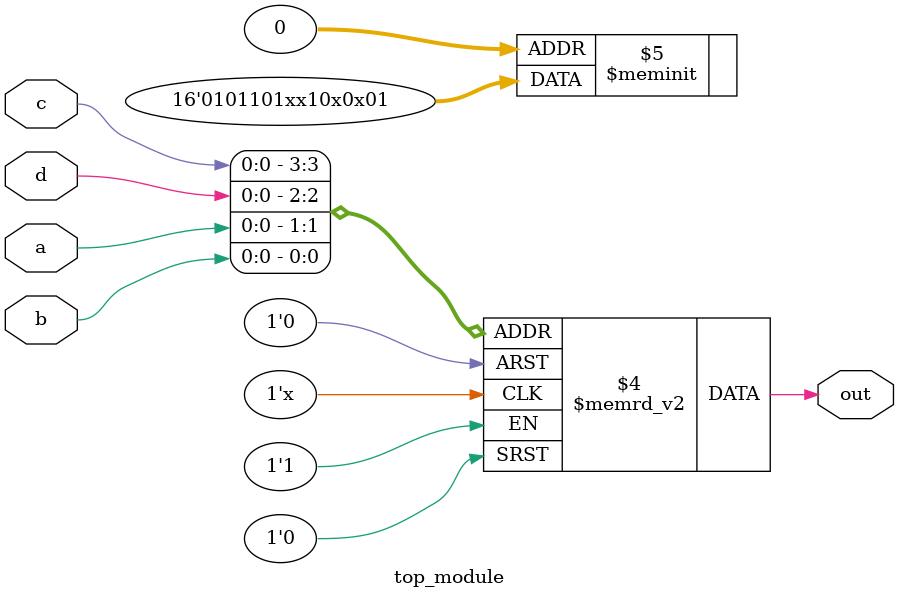
<source format=sv>
module top_module (
    input a, 
    input b,
    input c,
    input d,
    output reg out
);

always @(*) begin
    case ({c, d, a, b})
        4'b0000, 4'b0110, 4'b1001, 4'b1011, 4'b1100, 4'b1110: out = 1'b1;
        4'b0001, 4'b0011, 4'b0101, 4'b1010, 4'b1101, 4'b1111: out = 1'b0;
        default: out = 1'bx;
    endcase
end

endmodule

</source>
